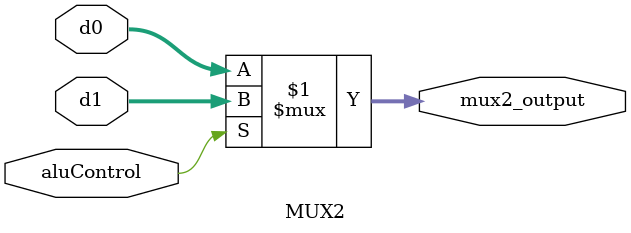
<source format=sv>
module MUX2(input logic [7:0] d0, d1, input logic aluControl, output logic [7:0] mux2_output);
    
    //ALU içerisinde SUB iþlemi için 2xMUX
    assign mux2_output = aluControl ? d1 : d0;

endmodule
</source>
